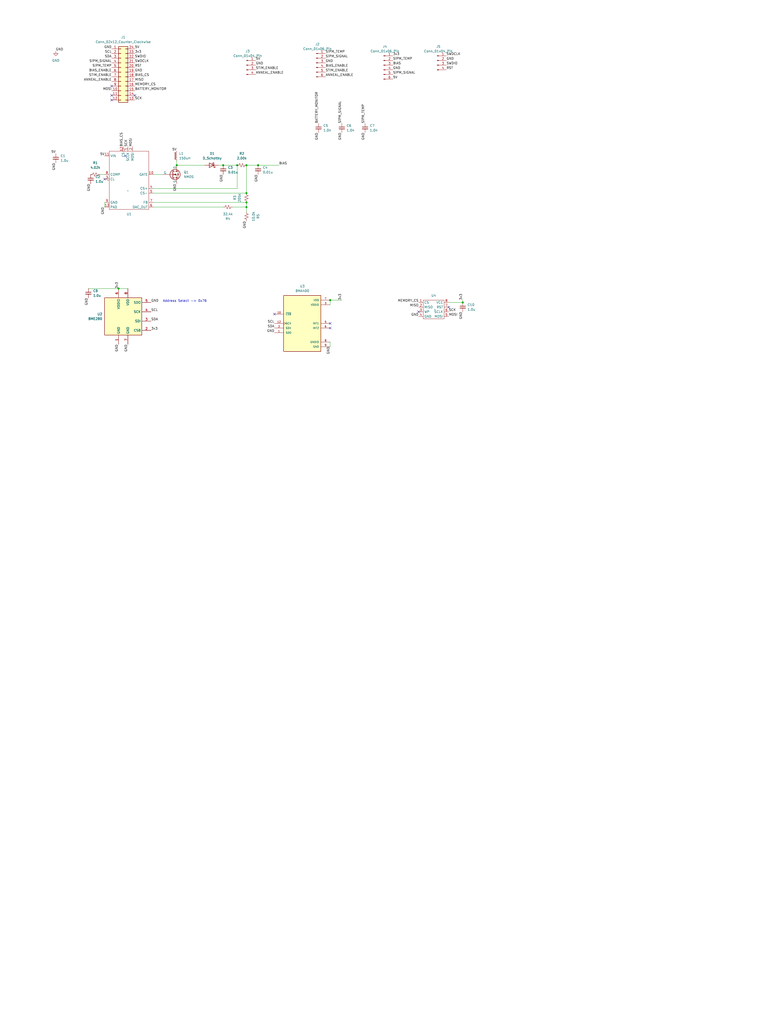
<source format=kicad_sch>
(kicad_sch (version 20230121) (generator eeschema)
  (paper "User" 427.126 558.952)
  (lib_symbols
    (symbol "BMA400:BMA400" (pin_names (offset 1.016))
      (property "Reference" "U" (at -10.16 16.002 0))
      (property "Value" "BMA400" (at -10.16 -17.78 0))
      (symbol "BMA400_0_0"
        (rectangle (start -10.16 -15.24) (end 10.16 15.24) (stroke (width 0.254)) (fill (type background)))
        (pin bidirectional line (at -15.24 -5.08 0) (length 5.08) (name "SDO") (number "1"))
        (pin input line (at -15.24 5.08 0) (length 5.08) (name "~{CSB}") (number "10"))
        (pin input clock (at -15.24 0 0) (length 5.08) (name "SCX") (number "12"))
        (pin bidirectional line (at -15.24 -2.54 0) (length 5.08) (name "SDX") (number "2"))
        (pin power_in line (at 15.24 10.16 180) (length 5.08) (name "VDDIO") (number "3"))
        (pin bidirectional line (at 15.24 0 180) (length 5.08) (name "INT1") (number "5"))
        (pin bidirectional line (at 15.24 -2.54 180) (length 5.08) (name "INT2") (number "6"))
        (pin power_in line (at 15.24 12.7 180) (length 5.08) (name "VDD") (number "7"))
        (pin power_in line (at 15.24 -10.16 180) (length 5.08) (name "GNDIO") (number "8"))
        (pin power_in line (at 15.24 -12.7 180) (length 5.08) (name "GND") (number "9"))
      )
    )
    (symbol "Connector:Conn_01x04_Pin" (pin_names (offset 1.016) hide)
      (property "Reference" "J" (at 0 5.08 0))
      (property "Value" "Conn_01x04_Pin" (at 0 -7.62 0))
      (symbol "Conn_01x04_Pin_1_1"
        (polyline (pts (xy 1.27 -5.08) (xy 0.8636 -5.08)) (stroke (width 0.1524)))
        (polyline (pts (xy 1.27 -2.54) (xy 0.8636 -2.54)) (stroke (width 0.1524)))
        (polyline (pts (xy 1.27 0) (xy 0.8636 0)) (stroke (width 0.1524)))
        (polyline (pts (xy 1.27 2.54) (xy 0.8636 2.54)) (stroke (width 0.1524)))
        (rectangle (start 0.8636 -4.953) (end 0 -5.207) (stroke (width 0.1524)) (fill (type outline)))
        (rectangle (start 0.8636 -2.413) (end 0 -2.667) (stroke (width 0.1524)) (fill (type outline)))
        (rectangle (start 0.8636 0.127) (end 0 -0.127) (stroke (width 0.1524)) (fill (type outline)))
        (rectangle (start 0.8636 2.667) (end 0 2.413) (stroke (width 0.1524)) (fill (type outline)))
        (pin passive line (at 5.08 2.54 180) (length 3.81) (name "Pin_1") (number "1"))
        (pin passive line (at 5.08 0 180) (length 3.81) (name "Pin_2") (number "2"))
        (pin passive line (at 5.08 -2.54 180) (length 3.81) (name "Pin_3") (number "3"))
        (pin passive line (at 5.08 -5.08 180) (length 3.81) (name "Pin_4") (number "4"))
      )
    )
    (symbol "Connector:Conn_01x06_Pin" (pin_names (offset 1.016) hide)
      (property "Reference" "J" (at 0 7.62 0))
      (property "Value" "Conn_01x06_Pin" (at 0 -10.16 0))
      (symbol "Conn_01x06_Pin_1_1"
        (polyline (pts (xy 1.27 -7.62) (xy 0.8636 -7.62)) (stroke (width 0.1524)))
        (polyline (pts (xy 1.27 -5.08) (xy 0.8636 -5.08)) (stroke (width 0.1524)))
        (polyline (pts (xy 1.27 -2.54) (xy 0.8636 -2.54)) (stroke (width 0.1524)))
        (polyline (pts (xy 1.27 0) (xy 0.8636 0)) (stroke (width 0.1524)))
        (polyline (pts (xy 1.27 2.54) (xy 0.8636 2.54)) (stroke (width 0.1524)))
        (polyline (pts (xy 1.27 5.08) (xy 0.8636 5.08)) (stroke (width 0.1524)))
        (rectangle (start 0.8636 -7.493) (end 0 -7.747) (stroke (width 0.1524)) (fill (type outline)))
        (rectangle (start 0.8636 -4.953) (end 0 -5.207) (stroke (width 0.1524)) (fill (type outline)))
        (rectangle (start 0.8636 -2.413) (end 0 -2.667) (stroke (width 0.1524)) (fill (type outline)))
        (rectangle (start 0.8636 0.127) (end 0 -0.127) (stroke (width 0.1524)) (fill (type outline)))
        (rectangle (start 0.8636 2.667) (end 0 2.413) (stroke (width 0.1524)) (fill (type outline)))
        (rectangle (start 0.8636 5.207) (end 0 4.953) (stroke (width 0.1524)) (fill (type outline)))
        (pin passive line (at 5.08 5.08 180) (length 3.81) (name "Pin_1") (number "1"))
        (pin passive line (at 5.08 2.54 180) (length 3.81) (name "Pin_2") (number "2"))
        (pin passive line (at 5.08 0 180) (length 3.81) (name "Pin_3") (number "3"))
        (pin passive line (at 5.08 -2.54 180) (length 3.81) (name "Pin_4") (number "4"))
        (pin passive line (at 5.08 -5.08 180) (length 3.81) (name "Pin_5") (number "5"))
        (pin passive line (at 5.08 -7.62 180) (length 3.81) (name "Pin_6") (number "6"))
      )
    )
    (symbol "Connector_Generic:Conn_02x12_Counter_Clockwise" (pin_names (offset 1.016) hide)
      (property "Reference" "J" (at 1.27 15.24 0))
      (property "Value" "Conn_02x12_Counter_Clockwise" (at 1.27 -17.78 0))
      (symbol "Conn_02x12_Counter_Clockwise_1_1"
        (rectangle (start -1.27 -15.113) (end 0 -15.367) (stroke (width 0.1524)))
        (rectangle (start -1.27 -12.573) (end 0 -12.827) (stroke (width 0.1524)))
        (rectangle (start -1.27 -10.033) (end 0 -10.287) (stroke (width 0.1524)))
        (rectangle (start -1.27 -7.493) (end 0 -7.747) (stroke (width 0.1524)))
        (rectangle (start -1.27 -4.953) (end 0 -5.207) (stroke (width 0.1524)))
        (rectangle (start -1.27 -2.413) (end 0 -2.667) (stroke (width 0.1524)))
        (rectangle (start -1.27 0.127) (end 0 -0.127) (stroke (width 0.1524)))
        (rectangle (start -1.27 2.667) (end 0 2.413) (stroke (width 0.1524)))
        (rectangle (start -1.27 5.207) (end 0 4.953) (stroke (width 0.1524)))
        (rectangle (start -1.27 7.747) (end 0 7.493) (stroke (width 0.1524)))
        (rectangle (start -1.27 10.287) (end 0 10.033) (stroke (width 0.1524)))
        (rectangle (start -1.27 12.827) (end 0 12.573) (stroke (width 0.1524)))
        (rectangle (start -1.27 13.97) (end 3.81 -16.51) (stroke (width 0.254)) (fill (type background)))
        (rectangle (start 3.81 -15.113) (end 2.54 -15.367) (stroke (width 0.1524)))
        (rectangle (start 3.81 -12.573) (end 2.54 -12.827) (stroke (width 0.1524)))
        (rectangle (start 3.81 -10.033) (end 2.54 -10.287) (stroke (width 0.1524)))
        (rectangle (start 3.81 -7.493) (end 2.54 -7.747) (stroke (width 0.1524)))
        (rectangle (start 3.81 -4.953) (end 2.54 -5.207) (stroke (width 0.1524)))
        (rectangle (start 3.81 -2.413) (end 2.54 -2.667) (stroke (width 0.1524)))
        (rectangle (start 3.81 0.127) (end 2.54 -0.127) (stroke (width 0.1524)))
        (rectangle (start 3.81 2.667) (end 2.54 2.413) (stroke (width 0.1524)))
        (rectangle (start 3.81 5.207) (end 2.54 4.953) (stroke (width 0.1524)))
        (rectangle (start 3.81 7.747) (end 2.54 7.493) (stroke (width 0.1524)))
        (rectangle (start 3.81 10.287) (end 2.54 10.033) (stroke (width 0.1524)))
        (rectangle (start 3.81 12.827) (end 2.54 12.573) (stroke (width 0.1524)))
        (pin passive line (at -5.08 12.7 0) (length 3.81) (name "Pin_1") (number "1"))
        (pin passive line (at -5.08 -10.16 0) (length 3.81) (name "Pin_10") (number "10"))
        (pin passive line (at -5.08 -12.7 0) (length 3.81) (name "Pin_11") (number "11"))
        (pin passive line (at -5.08 -15.24 0) (length 3.81) (name "Pin_12") (number "12"))
        (pin passive line (at 7.62 -15.24 180) (length 3.81) (name "Pin_13") (number "13"))
        (pin passive line (at 7.62 -12.7 180) (length 3.81) (name "Pin_14") (number "14"))
        (pin passive line (at 7.62 -10.16 180) (length 3.81) (name "Pin_15") (number "15"))
        (pin passive line (at 7.62 -7.62 180) (length 3.81) (name "Pin_16") (number "16"))
        (pin passive line (at 7.62 -5.08 180) (length 3.81) (name "Pin_17") (number "17"))
        (pin passive line (at 7.62 -2.54 180) (length 3.81) (name "Pin_18") (number "18"))
        (pin passive line (at 7.62 0 180) (length 3.81) (name "Pin_19") (number "19"))
        (pin passive line (at -5.08 10.16 0) (length 3.81) (name "Pin_2") (number "2"))
        (pin passive line (at 7.62 2.54 180) (length 3.81) (name "Pin_20") (number "20"))
        (pin passive line (at 7.62 5.08 180) (length 3.81) (name "Pin_21") (number "21"))
        (pin passive line (at 7.62 7.62 180) (length 3.81) (name "Pin_22") (number "22"))
        (pin passive line (at 7.62 10.16 180) (length 3.81) (name "Pin_23") (number "23"))
        (pin passive line (at 7.62 12.7 180) (length 3.81) (name "Pin_24") (number "24"))
        (pin passive line (at -5.08 7.62 0) (length 3.81) (name "Pin_3") (number "3"))
        (pin passive line (at -5.08 5.08 0) (length 3.81) (name "Pin_4") (number "4"))
        (pin passive line (at -5.08 2.54 0) (length 3.81) (name "Pin_5") (number "5"))
        (pin passive line (at -5.08 0 0) (length 3.81) (name "Pin_6") (number "6"))
        (pin passive line (at -5.08 -2.54 0) (length 3.81) (name "Pin_7") (number "7"))
        (pin passive line (at -5.08 -5.08 0) (length 3.81) (name "Pin_8") (number "8"))
        (pin passive line (at -5.08 -7.62 0) (length 3.81) (name "Pin_9") (number "9"))
      )
    )
    (symbol "Device:C_Small" (pin_numbers hide) (pin_names (offset 0.254) hide)
      (property "Reference" "C" (at 0.254 1.778 0))
      (property "Value" "C_Small" (at 0.254 -2.032 0))
      (symbol "C_Small_0_1"
        (polyline (pts (xy -1.524 -0.508) (xy 1.524 -0.508)) (stroke (width 0.3302)))
        (polyline (pts (xy -1.524 0.508) (xy 1.524 0.508)) (stroke (width 0.3048)))
      )
      (symbol "C_Small_1_1"
        (pin passive line (at 0 2.54 270) (length 2.032) (name "~") (number "1"))
        (pin passive line (at 0 -2.54 90) (length 2.032) (name "~") (number "2"))
      )
    )
    (symbol "Device:D_Schottky" (pin_numbers hide) (pin_names (offset 1.016) hide)
      (property "Reference" "D" (at 0 2.54 0))
      (property "Value" "D_Schottky" (at 0 -2.54 0))
      (symbol "D_Schottky_0_1"
        (polyline (pts (xy 1.27 0) (xy -1.27 0)))
        (polyline (pts (xy 1.27 1.27) (xy 1.27 -1.27) (xy -1.27 0) (xy 1.27 1.27)) (stroke (width 0.254)))
        (polyline (pts (xy -1.905 0.635) (xy -1.905 1.27) (xy -1.27 1.27) (xy -1.27 -1.27) (xy -0.635 -1.27) (xy -0.635 -0.635)) (stroke (width 0.254)))
      )
      (symbol "D_Schottky_1_1"
        (pin passive line (at -3.81 0 0) (length 2.54) (name "K") (number "1"))
        (pin passive line (at 3.81 0 180) (length 2.54) (name "A") (number "2"))
      )
    )
    (symbol "Device:L_Iron_Small" (pin_numbers hide) (pin_names (offset 0.254) hide)
      (property "Reference" "L" (at 1.27 1.016 0))
      (property "Value" "L_Iron_Small" (at 1.27 -1.27 0))
      (symbol "L_Iron_Small_0_1"
        (arc (start 0 -2.032) (mid 0.5058 -1.524) (end 0 -1.016))
        (arc (start 0 -1.016) (mid 0.5058 -0.508) (end 0 0))
        (polyline (pts (xy 0.762 2.032) (xy 0.762 -2.032)))
        (polyline (pts (xy 1.016 -2.032) (xy 1.016 2.032)))
        (arc (start 0 0) (mid 0.5058 0.508) (end 0 1.016))
        (arc (start 0 1.016) (mid 0.5058 1.524) (end 0 2.032))
      )
      (symbol "L_Iron_Small_1_1"
        (pin passive line (at 0 2.54 270) (length 0.508) (name "~") (number "1"))
        (pin passive line (at 0 -2.54 90) (length 0.508) (name "~") (number "2"))
      )
    )
    (symbol "Device:R_Small_US" (pin_numbers hide) (pin_names (offset 0.254) hide)
      (property "Reference" "R" (at 0.762 0.508 0))
      (property "Value" "R_Small_US" (at 0.762 -1.016 0))
      (symbol "R_Small_US_1_1"
        (polyline (pts (xy 0 0) (xy 1.016 -0.381) (xy 0 -0.762) (xy -1.016 -1.143) (xy 0 -1.524)))
        (polyline (pts (xy 0 1.524) (xy 1.016 1.143) (xy 0 0.762) (xy -1.016 0.381) (xy 0 0)))
        (pin passive line (at 0 2.54 270) (length 1.016) (name "~") (number "1"))
        (pin passive line (at 0 -2.54 90) (length 1.016) (name "~") (number "2"))
      )
    )
    (symbol "New_Library:MAX1932"
      (property "Reference" "U" (at -8.89 -11.43 0))
      (symbol "MAX1932_0_1"
        (rectangle (start -10.16 21.59) (end 11.43 -10.16))
      )
      (symbol "MAX1932_1_1"
        (pin input line (at 0 24.13 270) (length 2.54) (name "SCLK") (number "1"))
        (pin input line (at 13.97 8.89 180) (length 2.54) (name "GATE") (number "10"))
        (pin input line (at -12.7 19.05 0) (length 2.54) (name "VIN") (number "11"))
        (pin input inverted (at -2.54 24.13 270) (length 2.54) (name "CS") (number "12"))
        (pin input line (at -12.7 -8.89 0) (length 2.54) (name "PAD") (number "13"))
        (pin input line (at 2.54 24.13 270) (length 2.54) (name "MOSI") (number "2"))
        (pin input inverted (at -12.7 6.35 0) (length 2.54) (name "CL") (number "3"))
        (pin input line (at 13.97 1.27 180) (length 2.54) (name "CS+") (number "4"))
        (pin input line (at 13.97 -1.27 180) (length 2.54) (name "CS-") (number "5"))
        (pin input line (at 13.97 -8.89 180) (length 2.54) (name "DAC_OUT") (number "6"))
        (pin input line (at 13.97 -6.35 180) (length 2.54) (name "FB") (number "7"))
        (pin input line (at -12.7 8.89 0) (length 2.54) (name "COMP") (number "8"))
        (pin input line (at -12.7 -6.35 0) (length 2.54) (name "GND") (number "9"))
      )
    )
    (symbol "New_Library:MX25R6435F"
      (property "Reference" "U" (at -5.08 -6.35 0))
      (symbol "MX25R6435F_0_1"
        (rectangle (start -6.35 5.08) (end 5.08 -5.08))
      )
      (symbol "MX25R6435F_1_1"
        (pin input line (at -8.89 3.81 0) (length 2.54) (name "CS") (number "1"))
        (pin input line (at -8.89 1.27 0) (length 2.54) (name "MISO") (number "2"))
        (pin input line (at -8.89 -1.27 0) (length 2.54) (name "WP") (number "3"))
        (pin input line (at -8.89 -3.81 0) (length 2.54) (name "GND") (number "4"))
        (pin input line (at 7.62 -3.81 180) (length 2.54) (name "MOSI") (number "5"))
        (pin input line (at 7.62 -1.27 180) (length 2.54) (name "SCLK") (number "6"))
        (pin input line (at 7.62 1.27 180) (length 2.54) (name "RST") (number "7"))
        (pin input line (at 7.62 3.81 180) (length 2.54) (name "VCC") (number "8"))
      )
    )
    (symbol "Sensor:BME280"
      (property "Reference" "U" (at -8.89 11.43 0))
      (property "Value" "BME280" (at 7.62 11.43 0))
      (symbol "BME280_0_1"
        (rectangle (start -10.16 10.16) (end 10.16 -10.16) (stroke (width 0.254)) (fill (type background)))
      )
      (symbol "BME280_1_1"
        (pin power_in line (at -2.54 -15.24 90) (length 5.08) (name "GND") (number "1"))
        (pin input line (at 15.24 -7.62 180) (length 5.08) (name "CSB") (number "2"))
        (pin bidirectional line (at 15.24 -2.54 180) (length 5.08) (name "SDI") (number "3"))
        (pin input line (at 15.24 2.54 180) (length 5.08) (name "SCK") (number "4"))
        (pin bidirectional line (at 15.24 7.62 180) (length 5.08) (name "SDO") (number "5"))
        (pin power_in line (at -2.54 15.24 270) (length 5.08) (name "VDDIO") (number "6"))
        (pin power_in line (at 2.54 -15.24 90) (length 5.08) (name "GND") (number "7"))
        (pin power_in line (at 2.54 15.24 270) (length 5.08) (name "VDD") (number "8"))
      )
    )
    (symbol "Simulation_SPICE:NMOS" (pin_numbers hide) (pin_names (offset 0))
      (property "Reference" "Q" (at 5.08 1.27 0))
      (property "Value" "NMOS" (at 5.08 -1.27 0))
      (symbol "NMOS_0_1"
        (polyline (pts (xy 0.254 0) (xy -2.54 0)))
        (polyline (pts (xy 0.254 1.905) (xy 0.254 -1.905)) (stroke (width 0.254)))
        (polyline (pts (xy 0.762 -1.27) (xy 0.762 -2.286)) (stroke (width 0.254)))
        (polyline (pts (xy 0.762 0.508) (xy 0.762 -0.508)) (stroke (width 0.254)))
        (polyline (pts (xy 0.762 2.286) (xy 0.762 1.27)) (stroke (width 0.254)))
        (polyline (pts (xy 2.54 2.54) (xy 2.54 1.778)))
        (polyline (pts (xy 2.54 -2.54) (xy 2.54 0) (xy 0.762 0)))
        (polyline (pts (xy 0.762 -1.778) (xy 3.302 -1.778) (xy 3.302 1.778) (xy 0.762 1.778)))
        (polyline (pts (xy 1.016 0) (xy 2.032 0.381) (xy 2.032 -0.381) (xy 1.016 0)) (fill (type outline)))
        (polyline (pts (xy 2.794 0.508) (xy 2.921 0.381) (xy 3.683 0.381) (xy 3.81 0.254)))
        (polyline (pts (xy 3.302 0.381) (xy 2.921 -0.254) (xy 3.683 -0.254) (xy 3.302 0.381)))
        (circle (center 1.651 0) (radius 2.794) (stroke (width 0.254)))
        (circle (center 2.54 -1.778) (radius 0.254) (fill (type outline)))
        (circle (center 2.54 1.778) (radius 0.254) (fill (type outline)))
      )
      (symbol "NMOS_1_1"
        (pin passive line (at 2.54 5.08 270) (length 2.54) (name "D") (number "1"))
        (pin input line (at -5.08 0 0) (length 2.54) (name "G") (number "2"))
        (pin passive line (at 2.54 -5.08 90) (length 2.54) (name "S") (number "3"))
      )
    )
    (symbol "power:GND" (power) (pin_names (offset 0))
      (property "Value" "GND" (at 0 -3.81 0))
      (symbol "GND_0_1"
        (polyline (pts (xy 0 0) (xy 0 -1.27) (xy 1.27 -1.27) (xy 0 -2.54) (xy -1.27 -1.27) (xy 0 -1.27)))
      )
      (symbol "GND_1_1"
        (pin power_in line (at 0 0 270) (length 0) hide (name "GND") (number "1"))
      )
    )
  )
  (junction (at 129.54 90.17))
  (junction (at 121.92 90.17))
  (junction (at 134.62 113.03))
  (junction (at 252.73 165.1))
  (junction (at 180.34 163.83))
  (junction (at 140.97 90.17))
  (junction (at 134.62 90.17))
  (junction (at 96.52 90.17))
  (junction (at 134.62 105.41))
  (junction (at 134.62 110.49))
  (junction (at 64.77 157.48))
  (no_connect (at 180.34 176.53))
  (no_connect (at 73.66 52.07))
  (no_connect (at 228.6 170.18))
  (no_connect (at 60.96 46.99))
  (no_connect (at 149.86 171.45))
  (no_connect (at 57.15 97.79))
  (no_connect (at 180.34 179.07))
  (no_connect (at 245.11 167.64))
  (no_connect (at 60.96 54.61))
  (no_connect (at 68.58 85.09))
  (no_connect (at 60.96 52.07))
  (wire (pts (xy 134.62 113.03) (xy 134.62 115.57)))
  (wire (pts (xy 129.54 102.87) (xy 129.54 90.17)))
  (wire (pts (xy 48.26 157.48) (xy 64.77 157.48)))
  (wire (pts (xy 96.52 87.63) (xy 96.52 90.17)))
  (wire (pts (xy 134.62 90.17) (xy 140.97 90.17)))
  (wire (pts (xy 127 113.03) (xy 134.62 113.03)))
  (wire (pts (xy 134.62 105.41) (xy 134.62 90.17)))
  (wire (pts (xy 83.82 113.03) (xy 121.92 113.03)))
  (wire (pts (xy 83.82 95.25) (xy 88.9 95.25)))
  (wire (pts (xy 180.34 163.83) (xy 180.34 166.37)))
  (wire (pts (xy 64.77 157.48) (xy 69.85 157.48)))
  (wire (pts (xy 140.97 90.17) (xy 152.4 90.17)))
  (wire (pts (xy 245.11 165.1) (xy 252.73 165.1)))
  (wire (pts (xy 96.52 90.17) (xy 111.76 90.17)))
  (wire (pts (xy 83.82 110.49) (xy 134.62 110.49)))
  (wire (pts (xy 119.38 90.17) (xy 121.92 90.17)))
  (wire (pts (xy 180.34 186.69) (xy 180.34 189.23)))
  (wire (pts (xy 54.61 95.25) (xy 57.15 95.25)))
  (wire (pts (xy 83.82 105.41) (xy 134.62 105.41)))
  (wire (pts (xy 134.62 113.03) (xy 134.62 110.49)))
  (wire (pts (xy 121.92 90.17) (xy 129.54 90.17)))
  (wire (pts (xy 252.73 163.83) (xy 252.73 165.1)))
  (wire (pts (xy 57.15 110.49) (xy 57.15 113.03)))
  (wire (pts (xy 180.34 163.83) (xy 186.69 163.83)))
  (wire (pts (xy 83.82 102.87) (xy 129.54 102.87)))
  (text "Address Select -> 0x76" (at 88.9 165.1 0) (effects (font (size 1.27 1.27)) (justify left bottom)))
  (label "STIM_ENABLE" (at 177.8 39.37 0))
  (label "5V" (at 30.48 83.82 180))
  (label "GND" (at 177.8 34.29 0))
  (label "MEMORY_CS" (at 228.6 165.1 180))
  (label "SWDIO" (at 73.66 31.75 0))
  (label "GND" (at 30.48 88.9 270))
  (label "GND" (at 49.53 100.33 270))
  (label "GND" (at 214.63 38.1 0))
  (label "SDA" (at 149.86 179.07 180))
  (label "5V" (at 73.66 26.67 0))
  (label "BIAS" (at 152.4 90.17 0))
  (label "BIAS_CS" (at 67.31 80.01 90))
  (label "GND" (at 139.7 35.56 0))
  (label "RST" (at 243.84 38.1 0))
  (label "ANNEAL_ENABLE" (at 139.7 40.64 0))
  (label "GND" (at 73.66 39.37 0))
  (label "3v3" (at 64.77 157.48 90))
  (label "MISO" (at 228.6 167.64 180))
  (label "5V" (at 96.52 82.55 180))
  (label "3v3" (at 186.69 163.83 90))
  (label "SiPM_TEMP" (at 60.96 36.83 180))
  (label "STIM_ENABLE" (at 60.96 41.91 180))
  (label "5V" (at 57.15 85.09 180))
  (label "GND" (at 186.69 72.39 270))
  (label "SiPM_TEMP" (at 177.8 29.21 0))
  (label "GND" (at 69.85 187.96 270))
  (label "GND" (at 64.77 187.96 270))
  (label "GND" (at 228.6 172.72 180))
  (label "SCL" (at 149.86 176.53 180))
  (label "SWDIO" (at 243.84 35.56 0))
  (label "SiPM_TEMP" (at 199.39 67.31 90))
  (label "RST" (at 73.66 36.83 0))
  (label "BIAS_ENABLE" (at 60.96 39.37 180))
  (label "3v3" (at 214.63 30.48 0))
  (label "GND" (at 140.97 95.25 270))
  (label "GND" (at 30.48 27.94 0))
  (label "GND" (at 134.62 120.65 270))
  (label "5V" (at 214.63 43.18 0))
  (label "MOSI" (at 245.11 172.72 0))
  (label "SCK" (at 245.11 170.18 0))
  (label "STIM_ENABLE" (at 139.7 38.1 0))
  (label "GND" (at 149.86 181.61 180))
  (label "GND" (at 199.39 72.39 270))
  (label "SCL" (at 60.96 29.21 180))
  (label "GND" (at 243.84 33.02 0))
  (label "GND" (at 173.99 72.39 270))
  (label "GND" (at 82.55 165.1 0))
  (label "GND" (at 96.52 100.33 270))
  (label "SiPM_SIGNAL" (at 214.63 40.64 0))
  (label "SiPM_SIGNAL" (at 186.69 67.31 90))
  (label "3v3" (at 73.66 29.21 0))
  (label "GND" (at 48.26 162.56 270))
  (label "SDA" (at 82.55 175.26 0))
  (label "GND" (at 180.34 189.23 270))
  (label "GND" (at 60.96 26.67 180))
  (label "ANNEAL_ENABLE" (at 60.96 44.45 180))
  (label "BATTERY_MONITOR" (at 73.66 49.53 0))
  (label "SiPM_SIGNAL" (at 177.8 31.75 0))
  (label "GND" (at 121.92 95.25 270))
  (label "MISO" (at 73.66 44.45 0))
  (label "SCL" (at 82.55 170.18 0))
  (label "GND" (at 57.15 113.03 270))
  (label "SDA" (at 60.96 31.75 180))
  (label "BIAS_ENABLE" (at 177.8 36.83 0))
  (label "SCK" (at 73.66 54.61 0))
  (label "GND" (at 252.73 170.18 270))
  (label "5V" (at 139.7 33.02 0))
  (label "BIAS_CS" (at 73.66 41.91 0))
  (label "MOSI" (at 72.39 80.01 90))
  (label "SWDCLK" (at 73.66 34.29 0))
  (label "MEMORY_CS" (at 73.66 46.99 0))
  (label "BATTERY_MONITOR" (at 173.99 67.31 90))
  (label "3v3" (at 252.73 163.83 90))
  (label "SiPM_SIGNAL" (at 60.96 34.29 180))
  (label "SWDCLK" (at 243.84 30.48 0))
  (label "3v3" (at 82.55 180.34 0))
  (label "SCK" (at 69.85 80.01 90))
  (label "MOSI" (at 60.96 49.53 180))
  (label "ANNEAL_ENABLE" (at 177.8 41.91 0))
  (label "BIAS" (at 214.63 35.56 0))
  (label "SiPM_TEMP" (at 214.63 33.02 0))
  (symbol (lib_id "Device:R_Small_US") (at 132.08 90.17 90) (unit 1)
    (property "Reference" "R2" (at 132.08 83.82 90))
    (property "Value" "2.00k" (at 132.08 86.36 90))
    (property "Footprint" "Resistor_SMD:R_0805_2012Metric_Pad1.20x1.40mm_HandSolder" (effects hide))
  )
  (symbol (lib_id "Device:C_Small") (at 186.69 69.85 0) (unit 1)
    (property "Reference" "C6" (at 189.23 68.5863 0) (effects (justify left)))
    (property "Value" "1.0n" (at 189.23 71.1263 0) (effects (justify left)))
    (property "Footprint" "Capacitor_SMD:C_0805_2012Metric_Pad1.18x1.45mm_HandSolder" (effects hide))
  )
  (symbol (lib_id "Device:C_Small") (at 121.92 92.71 0) (unit 1)
    (property "Reference" "C3" (at 124.46 91.4463 0) (effects (justify left)))
    (property "Value" "0.01u" (at 124.46 93.9863 0) (effects (justify left)))
    (property "Footprint" "Capacitor_SMD:C_0805_2012Metric_Pad1.18x1.45mm_HandSolder" (effects hide))
  )
  (symbol (lib_id "Device:C_Small") (at 49.53 97.79 0) (unit 1)
    (property "Reference" "C2" (at 52.07 96.5263 0) (effects (justify left)))
    (property "Value" "1.0u" (at 52.07 99.0663 0) (effects (justify left)))
    (property "Footprint" "Capacitor_SMD:C_0805_2012Metric_Pad1.18x1.45mm_HandSolder" (effects hide))
  )
  (symbol (lib_id "Connector_Generic:Conn_02x12_Counter_Clockwise") (at 66.04 39.37 0) (unit 1)
    (property "Reference" "J1" (at 67.31 20.32 0))
    (property "Value" "Conn_02x12_Counter_Clockwise" (at 67.31 22.86 0))
    (property "Footprint" "Library:E5-mini" (effects hide))
  )
  (symbol (lib_id "Sensor:BME280") (at 67.31 172.72 0) (unit 1)
    (property "Reference" "U2" (at 55.88 171.45 0) (effects (justify right)))
    (property "Value" "BME280" (at 55.88 173.99 0) (effects (justify right)))
    (property "Footprint" "Package_LGA:Bosch_LGA-8_2.5x2.5mm_P0.65mm_ClockwisePinNumbering" (effects hide))
    (property "Datasheet" "https://www.bosch-sensortec.com/media/boschsensortec/downloads/datasheets/bst-bme280-ds002.pdf" (effects hide))
  )
  (symbol (lib_id "New_Library:MAX1932") (at 69.85 104.14 0) (unit 1)
    (property "Reference" "U1" (at 70.485 116.84 0))
    (property "Value" "~" (at 69.85 104.14 0))
    (property "Footprint" "Package_DFN_QFN:DFN-12-1EP_4x4mm_P0.65mm_EP2.64x3.54mm" (effects hide))
  )
  (symbol (lib_id "Connector:Conn_01x06_Pin") (at 172.72 34.29 0) (unit 1)
    (property "Reference" "J2" (at 173.355 24.13 0))
    (property "Value" "Conn_01x06_Pin" (at 173.355 26.67 0))
    (property "Footprint" "Connector_PinHeader_2.54mm:PinHeader_1x06_P2.54mm_Vertical" (effects hide))
  )
  (symbol (lib_id "Simulation_SPICE:NMOS") (at 93.98 95.25 0) (unit 1)
    (property "Reference" "Q1" (at 100.33 93.98 0) (effects (justify left)))
    (property "Value" "NMOS" (at 100.33 96.52 0) (effects (justify left)))
    (property "Footprint" "Package_TO_SOT_SMD:SOT-23_Handsoldering" (effects hide))
    (property "Datasheet" "https://ngspice.sourceforge.io/docs/ngspice-manual.pdf" (effects hide))
    (property "Sim.Device" "NMOS" (effects hide))
    (property "Sim.Type" "VDMOS" (effects hide))
    (property "Sim.Pins" "1=D 2=G 3=S" (effects hide))
  )
  (symbol (lib_id "Device:R_Small_US") (at 134.62 118.11 0) (unit 1)
    (property "Reference" "R5" (at 140.97 118.11 90))
    (property "Value" "10.0k" (at 138.43 118.11 90))
    (property "Footprint" "Resistor_SMD:R_0805_2012Metric_Pad1.20x1.40mm_HandSolder" (effects hide))
  )
  (symbol (lib_id "New_Library:MX25R6435F") (at 237.49 168.91 0) (unit 1)
    (property "Reference" "U4" (at 236.855 161.29 0))
    (property "Value" "~" (at 237.49 168.91 0))
    (property "Footprint" "Package_SO:SOIC-8_5.23x5.23mm_P1.27mm" (effects hide))
  )
  (symbol (lib_id "Device:C_Small") (at 30.48 86.36 0) (unit 1)
    (property "Reference" "C1" (at 33.02 85.0963 0) (effects (justify left)))
    (property "Value" "1.0u" (at 33.02 87.6363 0) (effects (justify left)))
    (property "Footprint" "Capacitor_SMD:C_0805_2012Metric_Pad1.18x1.45mm_HandSolder" (effects hide))
  )
  (symbol (lib_id "Device:R_Small_US") (at 52.07 95.25 90) (unit 1)
    (property "Reference" "R1" (at 52.07 88.9 90))
    (property "Value" "4.02k" (at 52.07 91.44 90))
    (property "Footprint" "Resistor_SMD:R_0805_2012Metric_Pad1.20x1.40mm_HandSolder" (effects hide))
  )
  (symbol (lib_id "BMA400:BMA400") (at 165.1 176.53 0) (unit 1)
    (property "Reference" "U3" (at 165.1 156.21 0))
    (property "Value" "BMA400" (at 165.1 158.75 0))
    (property "Footprint" "BMA400:XDCR_BMA400" (effects hide))
    (property "MF" "Bosch Sensortec" (effects hide))
    (property "DESCRIPTION" "Accelerometer X, Y, Z Axis ±2g, 4g, 8g, 16g 12-LGA _2x2_" (effects hide))
    (property "PACKAGE" "LGA-12 Bosch Tools" (effects hide))
    (property "PRICE" "None" (effects hide))
    (property "Package" "LGA-12 Bosch Tools" (effects hide))
    (property "Check_prices" "https://www.snapeda.com/parts/BMA400/Bosch+Sensortec/view-part/?ref=eda" (effects hide))
    (property "Price" "None" (effects hide))
    (property "SnapEDA_Link" "https://www.snapeda.com/parts/BMA400/Bosch+Sensortec/view-part/?ref=snap" (effects hide))
    (property "MP" "BMA400" (effects hide))
    (property "Purchase-URL" "https://www.snapeda.com/api/url_track_click_mouser/?unipart_id=2876981&manufacturer=Bosch Sensortec&part_name=BMA400&search_term=None" (effects hide))
    (property "Availability" "In Stock" (effects hide))
    (property "AVAILABILITY" "Unavailable" (effects hide))
    (property "Description" "\nAccelerometer X, Y, Z Axis ±2g, 4g, 8g, 16g - 12-LGA (2x2)\n" (effects hide))
  )
  (symbol (lib_id "Device:C_Small") (at 252.73 167.64 0) (unit 1)
    (property "Reference" "C10" (at 255.27 166.3763 0) (effects (justify left)))
    (property "Value" "1.0u" (at 255.27 168.9163 0) (effects (justify left)))
    (property "Footprint" "Capacitor_SMD:C_0805_2012Metric_Pad1.18x1.45mm_HandSolder" (effects hide))
  )
  (symbol (lib_id "Device:C_Small") (at 199.39 69.85 0) (unit 1)
    (property "Reference" "C7" (at 201.93 68.5863 0) (effects (justify left)))
    (property "Value" "1.0n" (at 201.93 71.1263 0) (effects (justify left)))
    (property "Footprint" "Capacitor_SMD:C_0805_2012Metric_Pad1.18x1.45mm_HandSolder" (effects hide))
  )
  (symbol (lib_id "power:GND") (at 30.48 27.94 0) (unit 1)
    (property "Reference" "#PWR01" (effects hide))
    (property "Value" "GND" (at 30.48 33.02 0))
  )
  (symbol (lib_id "Device:C_Small") (at 48.26 160.02 0) (unit 1)
    (property "Reference" "C8" (at 50.8 158.7563 0) (effects (justify left)))
    (property "Value" "1.0u" (at 50.8 161.2963 0) (effects (justify left)))
    (property "Footprint" "Capacitor_SMD:C_0805_2012Metric_Pad1.18x1.45mm_HandSolder" (effects hide))
  )
  (symbol (lib_id "Device:C_Small") (at 173.99 69.85 0) (unit 1)
    (property "Reference" "C5" (at 176.53 68.5863 0) (effects (justify left)))
    (property "Value" "1.0n" (at 176.53 71.1263 0) (effects (justify left)))
    (property "Footprint" "Capacitor_SMD:C_0805_2012Metric_Pad1.18x1.45mm_HandSolder" (effects hide))
  )
  (symbol (lib_id "Device:C_Small") (at 140.97 92.71 0) (unit 1)
    (property "Reference" "C4" (at 143.51 91.4463 0) (effects (justify left)))
    (property "Value" "0.01u" (at 143.51 93.9863 0) (effects (justify left)))
    (property "Footprint" "Capacitor_SMD:C_0805_2012Metric_Pad1.18x1.45mm_HandSolder" (effects hide))
  )
  (symbol (lib_id "Connector:Conn_01x06_Pin") (at 209.55 35.56 0) (unit 1)
    (property "Reference" "J4" (at 210.185 25.4 0))
    (property "Value" "Conn_01x06_Pin" (at 210.185 27.94 0))
    (property "Footprint" "Connector_PinHeader_2.54mm:PinHeader_1x06_P2.54mm_Vertical" (effects hide))
  )
  (symbol (lib_id "Connector:Conn_01x04_Pin") (at 238.76 33.02 0) (unit 1)
    (property "Reference" "J5" (at 239.395 25.4 0))
    (property "Value" "Conn_01x04_Pin" (at 239.395 27.94 0))
    (property "Footprint" "Connector_PinHeader_2.54mm:PinHeader_1x04_P2.54mm_Vertical" (effects hide))
  )
  (symbol (lib_id "Device:L_Iron_Small") (at 96.52 85.09 180) (unit 1)
    (property "Reference" "L1" (at 97.79 83.82 0) (effects (justify right)))
    (property "Value" "150uH" (at 97.79 86.36 0) (effects (justify right)))
    (property "Footprint" "Inductor_SMD:L_Coilcraft_XAL4020-XXX" (effects hide))
  )
  (symbol (lib_id "Device:D_Schottky") (at 115.57 90.17 180) (unit 1)
    (property "Reference" "D1" (at 115.8875 83.82 0))
    (property "Value" "D_Schottky" (at 115.8875 86.36 0))
    (property "Footprint" "Diode_SMD:D_0805_2012Metric_Pad1.15x1.40mm_HandSolder" (effects hide))
  )
  (symbol (lib_id "Connector:Conn_01x04_Pin") (at 134.62 35.56 0) (unit 1)
    (property "Reference" "J3" (at 135.255 27.94 0))
    (property "Value" "Conn_01x04_Pin" (at 135.255 30.48 0))
    (property "Footprint" "Connector_PinHeader_2.54mm:PinHeader_1x04_P2.54mm_Vertical" (effects hide))
  )
  (symbol (lib_id "Device:R_Small_US") (at 134.62 107.95 180) (unit 1)
    (property "Reference" "R3" (at 128.27 107.95 90))
    (property "Value" "205k" (at 130.81 107.95 90))
    (property "Footprint" "Resistor_SMD:R_0805_2012Metric_Pad1.20x1.40mm_HandSolder" (effects hide))
  )
  (symbol (lib_id "Device:R_Small_US") (at 124.46 113.03 270) (unit 1)
    (property "Reference" "R4" (at 124.46 119.38 90))
    (property "Value" "32.4k" (at 124.46 116.84 90))
    (property "Footprint" "Resistor_SMD:R_0805_2012Metric_Pad1.20x1.40mm_HandSolder" (effects hide))
  )
)
</source>
